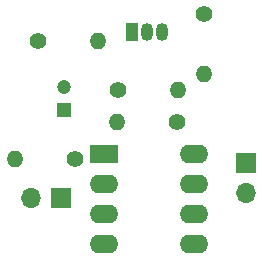
<source format=gbr>
%TF.GenerationSoftware,KiCad,Pcbnew,(5.1.12)-1*%
%TF.CreationDate,2023-08-26T20:03:58+05:30*%
%TF.ProjectId,rain alaram,7261696e-2061-46c6-9172-616d2e6b6963,rev?*%
%TF.SameCoordinates,Original*%
%TF.FileFunction,Soldermask,Bot*%
%TF.FilePolarity,Negative*%
%FSLAX46Y46*%
G04 Gerber Fmt 4.6, Leading zero omitted, Abs format (unit mm)*
G04 Created by KiCad (PCBNEW (5.1.12)-1) date 2023-08-26 20:03:58*
%MOMM*%
%LPD*%
G01*
G04 APERTURE LIST*
%ADD10C,1.400000*%
%ADD11O,1.400000X1.400000*%
%ADD12R,2.400000X1.600000*%
%ADD13O,2.400000X1.600000*%
%ADD14R,1.700000X1.700000*%
%ADD15O,1.700000X1.700000*%
%ADD16R,1.050000X1.500000*%
%ADD17O,1.050000X1.500000*%
%ADD18C,1.200000*%
%ADD19R,1.200000X1.200000*%
G04 APERTURE END LIST*
D10*
%TO.C,R1*%
X136750000Y-73080000D03*
D11*
X136750000Y-78160000D03*
%TD*%
D10*
%TO.C,R5*%
X125790000Y-85330000D03*
D11*
X120710000Y-85330000D03*
%TD*%
D12*
%TO.C,U1*%
X128310000Y-84930000D03*
D13*
X135930000Y-92550000D03*
X128310000Y-87470000D03*
X135930000Y-90010000D03*
X128310000Y-90010000D03*
X135930000Y-87470000D03*
X128310000Y-92550000D03*
X135930000Y-84930000D03*
%TD*%
D14*
%TO.C,BZ1*%
X124640000Y-88610000D03*
D15*
X122100000Y-88610000D03*
%TD*%
D16*
%TO.C,Q1*%
X130690000Y-74540000D03*
D17*
X133230000Y-74540000D03*
X131960000Y-74540000D03*
%TD*%
D14*
%TO.C,9V1*%
X140280000Y-85620000D03*
D15*
X140280000Y-88160000D03*
%TD*%
D11*
%TO.C,R2*%
X129420000Y-82210000D03*
D10*
X134500000Y-82210000D03*
%TD*%
D11*
%TO.C,R4*%
X134570000Y-79500000D03*
D10*
X129490000Y-79500000D03*
%TD*%
D11*
%TO.C,R3*%
X127740000Y-75310000D03*
D10*
X122660000Y-75310000D03*
%TD*%
D18*
%TO.C,C1*%
X124930000Y-79190000D03*
D19*
X124930000Y-81190000D03*
%TD*%
M02*

</source>
